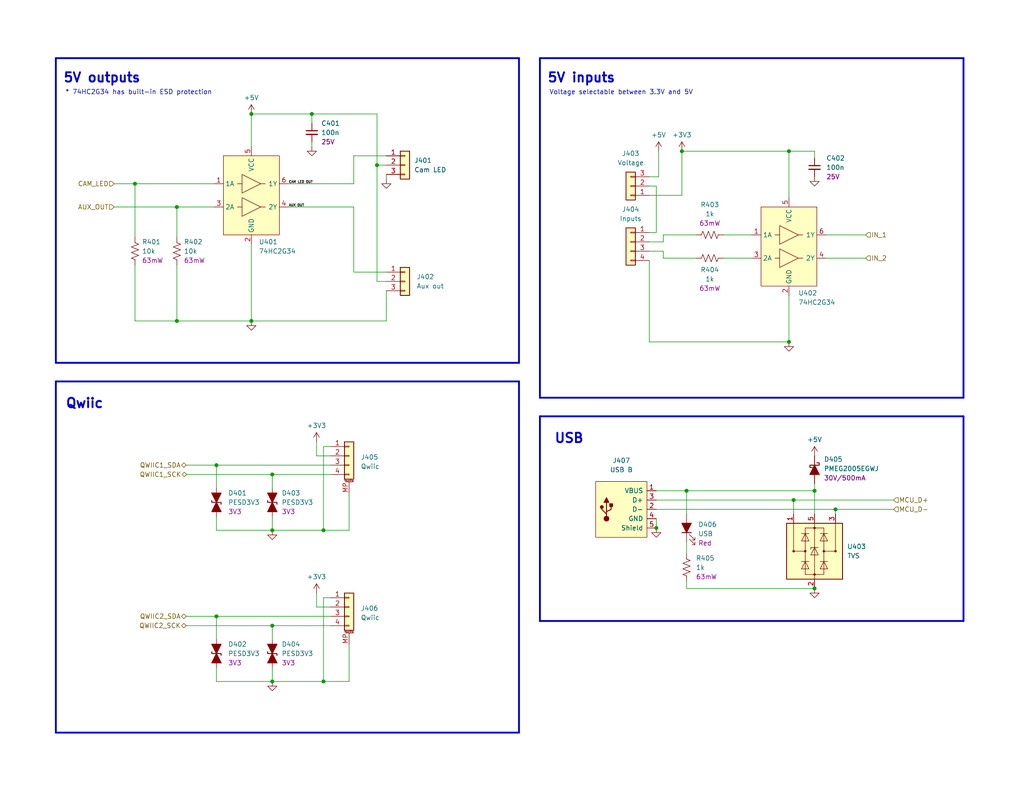
<source format=kicad_sch>
(kicad_sch (version 20211123) (generator eeschema)
  (paper "USLetter")
  (title_block (title "Starfish") (date "2022-12-18") (rev "v2") (company "Winterbloom") (comment 1 "Alethea Flowers") (comment 2 "CERN-OHL-S V2") (comment 3 "jellyfish.wntr.dev"))
  (lib_symbols
    (symbol "74HC2G34_1"
      (property "Reference" "U" (at -7.62 11.43 0))
      (property "Value" "74HC2G34_1" (at 1.27 11.43 0))
      (property "MPN" "74HC2G34GW,125" (at 0 0 0))
      (symbol "74HC2G34_1_0_0"
        (pin input line (at -10.16 2.54 0) (length 2.54) (name "1A") (number "1"))
        (pin power_in line (at 0 -13.97 90) (length 2.54) (name "GND") (number "2"))
        (pin input line (at -10.16 -3.81 0) (length 2.54) (name "2A") (number "3"))
        (pin output line (at 10.16 -3.81 180) (length 2.54) (name "2Y") (number "4"))
        (pin power_in line (at 0 12.7 270) (length 2.54) (name "VCC") (number "5"))
        (pin output line (at 10.16 2.54 180) (length 2.54) (name "1Y") (number "6"))
      )
      (symbol "74HC2G34_1_0_1"
        (rectangle (start -7.62 10.16) (end 7.62 -11.43) (fill (type background)))
        (polyline (pts (xy -2.54 -3.81) (xy -3.81 -3.81)))
        (polyline (pts (xy -2.54 2.54) (xy -3.81 2.54)))
        (polyline (pts (xy 2.54 -3.81) (xy 3.81 -3.81)))
        (polyline (pts (xy 2.54 2.54) (xy 3.81 2.54)))
        (polyline (pts (xy -2.54 -5.08) (xy -2.54 -1.27) (xy 2.54 -3.81) (xy -2.54 -6.35) (xy -2.54 -5.08)))
        (polyline (pts (xy -2.54 1.27) (xy -2.54 5.08) (xy 2.54 2.54) (xy -2.54 0) (xy -2.54 1.27)))
      )
    )
    (symbol "Connector_Generic:Conn_01x03" (pin_names (offset 1.016) hide)
      (property "Reference" "J" (at 0 5.08 0))
      (property "Value" "Conn_01x03" (at 0 -5.08 0))
      (symbol "Conn_01x03_1_1"
        (rectangle (start -1.27 -2.413) (end 0 -2.667) (stroke (width 0.1524)))
        (rectangle (start -1.27 0.127) (end 0 -0.127) (stroke (width 0.1524)))
        (rectangle (start -1.27 2.667) (end 0 2.413) (stroke (width 0.1524)))
        (rectangle (start -1.27 3.81) (end 1.27 -3.81) (stroke (width 0.254)) (fill (type background)))
        (pin passive line (at -5.08 2.54 0) (length 3.81) (name "Pin_1") (number "1"))
        (pin passive line (at -5.08 0 0) (length 3.81) (name "Pin_2") (number "2"))
        (pin passive line (at -5.08 -2.54 0) (length 3.81) (name "Pin_3") (number "3"))
      )
    )
    (symbol "Connector_Generic:Conn_01x04" (pin_names (offset 1.016) hide)
      (property "Reference" "J" (at 0 5.08 0))
      (property "Value" "Conn_01x04" (at 0 -7.62 0))
      (symbol "Conn_01x04_1_1"
        (rectangle (start -1.27 -4.953) (end 0 -5.207) (stroke (width 0.1524)))
        (rectangle (start -1.27 -2.413) (end 0 -2.667) (stroke (width 0.1524)))
        (rectangle (start -1.27 0.127) (end 0 -0.127) (stroke (width 0.1524)))
        (rectangle (start -1.27 2.667) (end 0 2.413) (stroke (width 0.1524)))
        (rectangle (start -1.27 3.81) (end 1.27 -6.35) (stroke (width 0.254)) (fill (type background)))
        (pin passive line (at -5.08 2.54 0) (length 3.81) (name "Pin_1") (number "1"))
        (pin passive line (at -5.08 0 0) (length 3.81) (name "Pin_2") (number "2"))
        (pin passive line (at -5.08 -2.54 0) (length 3.81) (name "Pin_3") (number "3"))
        (pin passive line (at -5.08 -5.08 0) (length 3.81) (name "Pin_4") (number "4"))
      )
    )
    (symbol "Connector_Generic_MountingPin:Conn_01x04_MountingPin" (pin_names (offset 1.016) hide)
      (property "Reference" "J" (at 0 5.08 0))
      (property "Value" "Conn_01x04_MountingPin" (at 1.27 -7.62 0))
      (symbol "Conn_01x04_MountingPin_1_1"
        (rectangle (start -1.27 -4.953) (end 0 -5.207) (stroke (width 0.1524)))
        (rectangle (start -1.27 -2.413) (end 0 -2.667) (stroke (width 0.1524)))
        (rectangle (start -1.27 0.127) (end 0 -0.127) (stroke (width 0.1524)))
        (rectangle (start -1.27 2.667) (end 0 2.413) (stroke (width 0.1524)))
        (rectangle (start -1.27 3.81) (end 1.27 -6.35) (stroke (width 0.254)) (fill (type background)))
        (polyline (pts (xy -1.016 -7.112) (xy 1.016 -7.112)) (stroke (width 0.1524)))
        (text "Mounting" (at 0 -6.731 0) (effects (font (size 0.381 0.381))))
        (pin passive line (at -5.08 2.54 0) (length 3.81) (name "Pin_1") (number "1"))
        (pin passive line (at -5.08 0 0) (length 3.81) (name "Pin_2") (number "2"))
        (pin passive line (at -5.08 -2.54 0) (length 3.81) (name "Pin_3") (number "3"))
        (pin passive line (at -5.08 -5.08 0) (length 3.81) (name "Pin_4") (number "4"))
        (pin passive line (at 0 -10.16 90) (length 3.048) (name "MountPin") (number "MP"))
      )
    )
    (symbol "Device:C_Small" (pin_numbers hide) (pin_names (offset 0.254) hide)
      (property "Reference" "C" (at 0.254 1.778 0))
      (property "Value" "C_Small" (at 0.254 -2.032 0))
      (symbol "C_Small_0_1"
        (polyline (pts (xy -1.524 -0.508) (xy 1.524 -0.508)) (stroke (width 0.3302)))
        (polyline (pts (xy -1.524 0.508) (xy 1.524 0.508)) (stroke (width 0.3048)))
      )
      (symbol "C_Small_1_1"
        (pin passive line (at 0 2.54 270) (length 2.032) (name "~") (number "1"))
        (pin passive line (at 0 -2.54 90) (length 2.032) (name "~") (number "2"))
      )
    )
    (symbol "Device:D_Schottky_Filled" (pin_numbers hide) (pin_names (offset 1.016) hide)
      (property "Reference" "D" (at 0 2.54 0))
      (property "Value" "D_Schottky_Filled" (at 0 -2.54 0))
      (symbol "D_Schottky_Filled_0_1"
        (polyline (pts (xy 1.27 0) (xy -1.27 0)))
        (polyline (pts (xy 1.27 1.27) (xy 1.27 -1.27) (xy -1.27 0) (xy 1.27 1.27)) (stroke (width 0.254)) (fill (type outline)))
        (polyline (pts (xy -1.905 0.635) (xy -1.905 1.27) (xy -1.27 1.27) (xy -1.27 -1.27) (xy -0.635 -1.27) (xy -0.635 -0.635)) (stroke (width 0.254)))
      )
      (symbol "D_Schottky_Filled_1_1"
        (pin passive line (at -3.81 0 0) (length 2.54) (name "K") (number "1"))
        (pin passive line (at 3.81 0 180) (length 2.54) (name "A") (number "2"))
      )
    )
    (symbol "Device:D_TVS_Filled" (pin_numbers hide) (pin_names (offset 1.016) hide)
      (property "Reference" "D" (at 0 2.54 0))
      (property "Value" "D_TVS_Filled" (at 0 -2.54 0))
      (symbol "D_TVS_Filled_0_1"
        (polyline (pts (xy 1.27 0) (xy -1.27 0)))
        (polyline (pts (xy -2.54 -1.27) (xy 0 0) (xy -2.54 1.27) (xy -2.54 -1.27)) (stroke (width 0.254)) (fill (type outline)))
        (polyline (pts (xy 0.508 1.27) (xy 0 1.27) (xy 0 -1.27) (xy -0.508 -1.27)) (stroke (width 0.254)))
        (polyline (pts (xy 2.54 1.27) (xy 2.54 -1.27) (xy 0 0) (xy 2.54 1.27)) (stroke (width 0.254)) (fill (type outline)))
      )
      (symbol "D_TVS_Filled_1_1"
        (pin passive line (at -3.81 0 0) (length 2.54) (name "A1") (number "1"))
        (pin passive line (at 3.81 0 180) (length 2.54) (name "A2") (number "2"))
      )
    )
    (symbol "Device:LED_Filled" (pin_numbers hide) (pin_names (offset 1.016) hide)
      (property "Reference" "D" (at 0 2.54 0))
      (property "Value" "LED_Filled" (at 0 -2.54 0))
      (symbol "LED_Filled_0_1"
        (polyline (pts (xy -1.27 -1.27) (xy -1.27 1.27)) (stroke (width 0.254)))
        (polyline (pts (xy -1.27 0) (xy 1.27 0)))
        (polyline (pts (xy 1.27 -1.27) (xy 1.27 1.27) (xy -1.27 0) (xy 1.27 -1.27)) (stroke (width 0.254)) (fill (type outline)))
        (polyline (pts (xy -3.048 -0.762) (xy -4.572 -2.286) (xy -3.81 -2.286) (xy -4.572 -2.286) (xy -4.572 -1.524)))
        (polyline (pts (xy -1.778 -0.762) (xy -3.302 -2.286) (xy -2.54 -2.286) (xy -3.302 -2.286) (xy -3.302 -1.524)))
      )
      (symbol "LED_Filled_1_1"
        (pin passive line (at -3.81 0 0) (length 2.54) (name "K") (number "1"))
        (pin passive line (at 3.81 0 180) (length 2.54) (name "A") (number "2"))
      )
    )
    (symbol "Device:R_US" (pin_numbers hide) (pin_names (offset 0))
      (property "Reference" "R" (at 2.54 0 90))
      (property "Value" "R_US" (at -2.54 0 90))
      (symbol "R_US_0_1"
        (polyline (pts (xy 0 -2.286) (xy 0 -2.54)))
        (polyline (pts (xy 0 2.286) (xy 0 2.54)))
        (polyline (pts (xy 0 -0.762) (xy 1.016 -1.143) (xy 0 -1.524) (xy -1.016 -1.905) (xy 0 -2.286)))
        (polyline (pts (xy 0 0.762) (xy 1.016 0.381) (xy 0 0) (xy -1.016 -0.381) (xy 0 -0.762)))
        (polyline (pts (xy 0 2.286) (xy 1.016 1.905) (xy 0 1.524) (xy -1.016 1.143) (xy 0 0.762)))
      )
      (symbol "R_US_1_1"
        (pin passive line (at 0 3.81 270) (length 1.27) (name "~") (number "1"))
        (pin passive line (at 0 -3.81 90) (length 1.27) (name "~") (number "2"))
      )
    )
    (symbol "power:+3V3" (power) (pin_names (offset 0))
      (property "Value" "+3V3" (at 0 3.556 0))
      (symbol "+3V3_0_1"
        (polyline (pts (xy -0.762 1.27) (xy 0 2.54)))
        (polyline (pts (xy 0 0) (xy 0 2.54)))
        (polyline (pts (xy 0 2.54) (xy 0.762 1.27)))
      )
      (symbol "+3V3_1_1"
        (pin power_in line (at 0 0 90) (length 0) hide (name "+3V3") (number "1"))
      )
    )
    (symbol "power:+5V" (power) (pin_names (offset 0))
      (property "Value" "+5V" (at 0 3.556 0))
      (symbol "+5V_0_1"
        (polyline (pts (xy -0.762 1.27) (xy 0 2.54)))
        (polyline (pts (xy 0 0) (xy 0 2.54)))
        (polyline (pts (xy 0 2.54) (xy 0.762 1.27)))
      )
      (symbol "+5V_1_1"
        (pin power_in line (at 0 0 90) (length 0) hide (name "+5V") (number "1"))
      )
    )
    (symbol "power:GND" (power) (pin_names (offset 0))
      (property "Value" "GND" (at 0 -3.81 0))
      (symbol "GND_0_1"
        (polyline (pts (xy 0 0) (xy 0 -1.27) (xy 1.27 -1.27) (xy 0 -2.54) (xy -1.27 -1.27) (xy 0 -1.27)))
      )
      (symbol "GND_1_1"
        (pin power_in line (at 0 0 270) (length 0) hide (name "GND") (number "1"))
      )
    )
    (symbol "winterbloom:74HC2G34"
      (property "Reference" "U" (at -7.62 11.43 0))
      (property "Value" "74HC2G34" (at 1.27 11.43 0))
      (property "MPN" "74HC2G34GW,125" (at 0 0 0))
      (symbol "74HC2G34_0_0"
        (pin input line (at -10.16 2.54 0) (length 2.54) (name "1A") (number "1"))
        (pin power_in line (at 0 -13.97 90) (length 2.54) (name "GND") (number "2"))
        (pin input line (at -10.16 -3.81 0) (length 2.54) (name "2A") (number "3"))
        (pin output line (at 10.16 -3.81 180) (length 2.54) (name "2Y") (number "4"))
        (pin power_in line (at 0 12.7 270) (length 2.54) (name "VCC") (number "5"))
        (pin output line (at 10.16 2.54 180) (length 2.54) (name "1Y") (number "6"))
      )
      (symbol "74HC2G34_0_1"
        (rectangle (start -7.62 10.16) (end 7.62 -11.43) (fill (type background)))
        (polyline (pts (xy -2.54 -3.81) (xy -3.81 -3.81)))
        (polyline (pts (xy -2.54 2.54) (xy -3.81 2.54)))
        (polyline (pts (xy 2.54 -3.81) (xy 3.81 -3.81)))
        (polyline (pts (xy 2.54 2.54) (xy 3.81 2.54)))
        (polyline (pts (xy -2.54 -5.08) (xy -2.54 -1.27) (xy 2.54 -3.81) (xy -2.54 -6.35) (xy -2.54 -5.08)))
        (polyline (pts (xy -2.54 1.27) (xy -2.54 5.08) (xy 2.54 2.54) (xy -2.54 0) (xy -2.54 1.27)))
      )
    )
    (symbol "winterbloom:USBLC6-2SC6" (pin_names hide)
      (property "Reference" "U4" (at -7.62 -8.89 0))
      (property "Value" "USBLC6-2SC6" (at 2.54 -8.89 0))
      (symbol "USBLC6-2SC6_0_1"
        (rectangle (start -7.62 -7.62) (end 7.62 7.62) (stroke (width 0.254)) (fill (type background)))
        (circle (center -5.715 0) (radius 0.254) (fill (type outline)))
        (circle (center -2.54 0) (radius 0.254) (fill (type outline)))
        (rectangle (start -2.54 6.35) (end 2.54 -6.35))
        (circle (center 0 -6.35) (radius 0.254) (fill (type outline)))
        (polyline (pts (xy -1.524 -2.794) (xy -3.556 -2.794)))
        (polyline (pts (xy -1.524 4.826) (xy -3.556 4.826)))
        (polyline (pts (xy 0 -7.62) (xy 0 -6.35)))
        (polyline (pts (xy 0 -6.35) (xy 0 1.27)))
        (polyline (pts (xy 0 1.27) (xy 0 6.35)))
        (polyline (pts (xy 0 6.35) (xy 0 7.62)))
        (polyline (pts (xy 1.524 -2.794) (xy 3.556 -2.794)))
        (polyline (pts (xy 1.524 4.826) (xy 3.556 4.826)))
        (polyline (pts (xy -2.54 0) (xy -5.715 0) (xy -5.715 7.62)))
        (polyline (pts (xy 2.54 0) (xy 5.715 0) (xy 5.715 7.62)))
        (polyline (pts (xy -3.556 -4.826) (xy -1.524 -4.826) (xy -2.54 -2.794) (xy -3.556 -4.826)))
        (polyline (pts (xy -3.556 2.794) (xy -1.524 2.794) (xy -2.54 4.826) (xy -3.556 2.794)))
        (polyline (pts (xy -1.016 -1.016) (xy 1.016 -1.016) (xy 0 1.016) (xy -1.016 -1.016)))
        (polyline (pts (xy 1.016 1.016) (xy 0.762 1.016) (xy -1.016 1.016) (xy -1.016 0.508)))
        (polyline (pts (xy 3.556 -4.826) (xy 1.524 -4.826) (xy 2.54 -2.794) (xy 3.556 -4.826)))
        (polyline (pts (xy 3.556 2.794) (xy 1.524 2.794) (xy 2.54 4.826) (xy 3.556 2.794)))
        (circle (center 0 6.35) (radius 0.254) (fill (type outline)))
        (circle (center 2.54 0) (radius 0.254) (fill (type outline)))
        (circle (center 5.715 0) (radius 0.254) (fill (type outline)))
      )
      (symbol "USBLC6-2SC6_1_1"
        (pin passive line (at -5.715 10.16 270) (length 2.54) (name "D-") (number "1"))
        (pin passive line (at 0 -10.16 90) (length 2.54) (name "GND") (number "2"))
        (pin passive line (at 5.715 10.16 270) (length 2.54) (name "D+") (number "3"))
        (pin passive line (at 5.715 10.16 270) (length 2.54) hide (name "D+") (number "4"))
        (pin passive line (at 0 10.16 270) (length 2.54) (name "VBUS") (number "5"))
        (pin passive line (at -5.715 10.16 270) (length 2.54) hide (name "D-") (number "6"))
      )
    )
    (symbol "winterbloom:USB_B_Receptacle" (pin_names (offset 1.016))
      (property "Reference" "J" (at -7.62 8.89 0))
      (property "Value" "USB_B_Receptacle" (at -7.62 -8.89 0))
      (symbol "USB_B_Receptacle_0_0"
        (rectangle (start 6.35 -7.62) (end -7.62 7.62) (fill (type background)))
      )
      (symbol "USB_B_Receptacle_0_1"
        (circle (center -5.969 0.635) (radius 0.381) (stroke (width 0.254)) (fill (type outline)))
        (circle (center -4.699 -2.54) (radius 0.635) (stroke (width 0.254)) (fill (type outline)))
        (rectangle (start -3.81 1.524) (end -3.048 0.762) (stroke (width 0.254)) (fill (type outline)))
        (polyline (pts (xy -4.699 -0.635) (xy -4.699 1.905)) (stroke (width 0.254)))
        (polyline (pts (xy -5.334 1.905) (xy -4.064 1.905) (xy -4.699 3.175) (xy -5.334 1.905)) (stroke (width 0.254)) (fill (type outline)))
        (polyline (pts (xy -4.699 -1.905) (xy -4.699 -1.27) (xy -5.969 0) (xy -5.969 0.635)) (stroke (width 0.254)))
        (polyline (pts (xy -4.699 -1.27) (xy -4.699 -0.635) (xy -3.429 0) (xy -3.429 1.27)) (stroke (width 0.254)))
      )
      (symbol "USB_B_Receptacle_1_1"
        (pin power_out line (at 8.89 5.08 180) (length 2.54) (name "VBUS") (number "1"))
        (pin passive line (at 8.89 0 180) (length 2.54) (name "D-") (number "2"))
        (pin passive line (at 8.89 2.54 180) (length 2.54) (name "D+") (number "3"))
        (pin passive line (at 8.89 -2.54 180) (length 2.54) (name "GND") (number "4"))
        (pin passive line (at 8.89 -5.08 180) (length 2.54) (name "Shield") (number "5"))
      )
    )
  )
  (junction (at 88.265 144.78))
  (junction (at 215.265 93.345))
  (junction (at 215.265 41.275))
  (junction (at 102.87 45.085))
  (junction (at 74.295 144.78))
  (junction (at 187.325 133.985))
  (junction (at 68.58 31.115))
  (junction (at 179.07 144.145))
  (junction (at 48.26 87.63))
  (junction (at 186.055 41.275))
  (junction (at 74.295 170.815))
  (junction (at 85.09 31.115))
  (junction (at 222.25 133.985))
  (junction (at 222.25 160.655))
  (junction (at 68.58 87.63))
  (junction (at 48.26 56.515))
  (junction (at 227.965 139.065))
  (junction (at 59.055 168.275))
  (junction (at 74.295 129.54))
  (junction (at 36.83 50.165))
  (junction (at 74.295 186.055))
  (junction (at 88.265 186.055))
  (junction (at 216.535 136.525))
  (junction (at 59.055 127))
  (wire (pts (xy 74.295 144.78) (xy 59.055 144.78)))
  (wire (pts (xy 85.09 31.115) (xy 85.09 33.655)))
  (wire (pts (xy 96.52 74.295) (xy 96.52 56.515)))
  (wire (pts (xy 59.055 127) (xy 90.17 127)))
  (wire (pts (xy 74.295 170.815) (xy 90.17 170.815)))
  (polyline (pts (xy 15.24 15.875) (xy 141.605 15.875)) (stroke (width 0.5) (type solid)))
  (wire (pts (xy 179.07 133.985) (xy 187.325 133.985)))
  (wire (pts (xy 50.8 127) (xy 59.055 127)))
  (polyline (pts (xy 262.89 15.875) (xy 262.89 108.585)) (stroke (width 0.5) (type solid)))
  (wire (pts (xy 88.265 121.92) (xy 88.265 144.78)))
  (wire (pts (xy 68.58 87.63) (xy 105.41 87.63)))
  (wire (pts (xy 215.265 41.275) (xy 222.25 41.275)))
  (wire (pts (xy 179.07 63.5) (xy 177.165 63.5)))
  (wire (pts (xy 216.535 136.525) (xy 243.84 136.525)))
  (polyline (pts (xy 141.605 99.06) (xy 15.24 99.06)) (stroke (width 0.5) (type solid)))
  (wire (pts (xy 85.09 38.735) (xy 85.09 40.005)))
  (polyline (pts (xy 147.32 15.875) (xy 147.32 108.585)) (stroke (width 0.5) (type solid)))
  (wire (pts (xy 50.8 168.275) (xy 59.055 168.275)))
  (polyline (pts (xy 141.605 104.14) (xy 141.605 200.025)) (stroke (width 0.5) (type solid)))
  (wire (pts (xy 74.295 170.815) (xy 74.295 174.625)))
  (polyline (pts (xy 15.24 104.14) (xy 141.605 104.14)) (stroke (width 0.5) (type solid)))
  (polyline (pts (xy 141.605 200.025) (xy 15.24 200.025)) (stroke (width 0.5) (type solid)))
  (wire (pts (xy 177.165 68.58) (xy 180.975 68.58)))
  (wire (pts (xy 215.265 93.345) (xy 215.265 80.645)))
  (wire (pts (xy 59.055 127) (xy 59.055 133.35)))
  (wire (pts (xy 187.325 160.655) (xy 187.325 158.75)))
  (wire (pts (xy 59.055 168.275) (xy 90.17 168.275)))
  (wire (pts (xy 74.295 186.055) (xy 88.265 186.055)))
  (wire (pts (xy 197.485 70.485) (xy 205.105 70.485)))
  (wire (pts (xy 86.36 120.65) (xy 86.36 124.46)))
  (wire (pts (xy 68.58 31.115) (xy 85.09 31.115)))
  (wire (pts (xy 222.25 133.985) (xy 222.25 140.335)))
  (wire (pts (xy 58.42 50.165) (xy 36.83 50.165)))
  (wire (pts (xy 177.165 71.12) (xy 177.165 93.345)))
  (wire (pts (xy 227.965 139.065) (xy 243.84 139.065)))
  (wire (pts (xy 186.055 41.275) (xy 215.265 41.275)))
  (wire (pts (xy 180.975 70.485) (xy 189.865 70.485)))
  (wire (pts (xy 31.115 56.515) (xy 48.26 56.515)))
  (wire (pts (xy 88.265 186.055) (xy 95.25 186.055)))
  (wire (pts (xy 68.58 31.115) (xy 68.58 40.005)))
  (wire (pts (xy 177.165 48.26) (xy 179.705 48.26)))
  (wire (pts (xy 179.07 141.605) (xy 179.07 144.145)))
  (wire (pts (xy 88.265 163.195) (xy 88.265 186.055)))
  (polyline (pts (xy 262.89 113.665) (xy 262.89 169.545)) (stroke (width 0.5) (type solid)))
  (wire (pts (xy 68.58 87.63) (xy 68.58 66.675)))
  (wire (pts (xy 186.055 41.275) (xy 186.055 53.34)))
  (polyline (pts (xy 147.32 15.875) (xy 262.89 15.875)) (stroke (width 0.5) (type solid)))
  (wire (pts (xy 36.83 50.165) (xy 36.83 64.77)))
  (wire (pts (xy 216.535 136.525) (xy 216.535 140.335)))
  (wire (pts (xy 225.425 64.135) (xy 236.22 64.135)))
  (wire (pts (xy 177.165 93.345) (xy 215.265 93.345)))
  (wire (pts (xy 96.52 50.165) (xy 78.74 50.165)))
  (wire (pts (xy 74.295 182.245) (xy 74.295 186.055)))
  (wire (pts (xy 105.41 87.63) (xy 105.41 79.375)))
  (wire (pts (xy 187.325 133.985) (xy 222.25 133.985)))
  (wire (pts (xy 187.325 151.13) (xy 187.325 147.955)))
  (wire (pts (xy 180.975 66.04) (xy 177.165 66.04)))
  (wire (pts (xy 95.25 134.62) (xy 95.25 144.78)))
  (wire (pts (xy 180.975 64.135) (xy 189.865 64.135)))
  (wire (pts (xy 86.36 165.735) (xy 90.17 165.735)))
  (wire (pts (xy 88.265 144.78) (xy 95.25 144.78)))
  (wire (pts (xy 102.87 76.835) (xy 105.41 76.835)))
  (wire (pts (xy 222.25 41.275) (xy 222.25 43.18)))
  (wire (pts (xy 31.115 50.165) (xy 36.83 50.165)))
  (wire (pts (xy 36.83 87.63) (xy 48.26 87.63)))
  (wire (pts (xy 227.965 139.065) (xy 227.965 140.335)))
  (polyline (pts (xy 15.24 104.14) (xy 15.24 200.025)) (stroke (width 0.5) (type solid)))
  (wire (pts (xy 180.975 64.135) (xy 180.975 66.04)))
  (wire (pts (xy 85.09 31.115) (xy 102.87 31.115)))
  (wire (pts (xy 74.295 140.97) (xy 74.295 144.78)))
  (wire (pts (xy 59.055 186.055) (xy 59.055 182.245)))
  (wire (pts (xy 74.295 129.54) (xy 74.295 133.35)))
  (wire (pts (xy 59.055 144.78) (xy 59.055 140.97)))
  (polyline (pts (xy 147.32 113.665) (xy 147.32 169.545)) (stroke (width 0.5) (type solid)))
  (wire (pts (xy 102.87 45.085) (xy 102.87 76.835)))
  (polyline (pts (xy 141.605 15.875) (xy 141.605 99.06)) (stroke (width 0.5) (type solid)))
  (wire (pts (xy 86.36 124.46) (xy 90.17 124.46)))
  (polyline (pts (xy 15.24 15.875) (xy 15.24 99.06)) (stroke (width 0.5) (type solid)))
  (wire (pts (xy 222.25 132.08) (xy 222.25 133.985)))
  (wire (pts (xy 102.87 31.115) (xy 102.87 45.085)))
  (wire (pts (xy 179.07 136.525) (xy 216.535 136.525)))
  (wire (pts (xy 179.705 48.26) (xy 179.705 41.275)))
  (wire (pts (xy 197.485 64.135) (xy 205.105 64.135)))
  (wire (pts (xy 179.07 139.065) (xy 227.965 139.065)))
  (wire (pts (xy 90.17 121.92) (xy 88.265 121.92)))
  (wire (pts (xy 48.26 87.63) (xy 48.26 72.39)))
  (wire (pts (xy 48.26 64.77) (xy 48.26 56.515)))
  (wire (pts (xy 187.325 133.985) (xy 187.325 140.335)))
  (polyline (pts (xy 147.32 113.665) (xy 262.89 113.665)) (stroke (width 0.5) (type solid)))
  (wire (pts (xy 36.83 72.39) (xy 36.83 87.63)))
  (wire (pts (xy 74.295 144.78) (xy 88.265 144.78)))
  (wire (pts (xy 177.165 50.8) (xy 179.07 50.8)))
  (wire (pts (xy 59.055 168.275) (xy 59.055 174.625)))
  (wire (pts (xy 96.52 56.515) (xy 78.74 56.515)))
  (wire (pts (xy 90.17 163.195) (xy 88.265 163.195)))
  (wire (pts (xy 96.52 42.545) (xy 96.52 50.165)))
  (wire (pts (xy 222.25 160.655) (xy 187.325 160.655)))
  (wire (pts (xy 50.8 129.54) (xy 74.295 129.54)))
  (wire (pts (xy 102.87 45.085) (xy 105.41 45.085)))
  (wire (pts (xy 50.8 170.815) (xy 74.295 170.815)))
  (wire (pts (xy 86.36 161.925) (xy 86.36 165.735)))
  (wire (pts (xy 74.295 129.54) (xy 90.17 129.54)))
  (wire (pts (xy 95.25 175.895) (xy 95.25 186.055)))
  (wire (pts (xy 96.52 74.295) (xy 105.41 74.295)))
  (wire (pts (xy 215.265 41.275) (xy 215.265 53.975)))
  (wire (pts (xy 180.975 68.58) (xy 180.975 70.485)))
  (wire (pts (xy 105.41 42.545) (xy 96.52 42.545)))
  (polyline (pts (xy 262.89 169.545) (xy 147.32 169.545)) (stroke (width 0.5) (type solid)))
  (wire (pts (xy 48.26 56.515) (xy 58.42 56.515)))
  (wire (pts (xy 179.07 50.8) (xy 179.07 63.5)))
  (wire (pts (xy 68.58 87.63) (xy 48.26 87.63)))
  (wire (pts (xy 225.425 70.485) (xy 236.22 70.485)))
  (wire (pts (xy 186.055 53.34) (xy 177.165 53.34)))
  (wire (pts (xy 74.295 186.055) (xy 59.055 186.055)))
  (wire (pts (xy 105.41 48.895) (xy 105.41 47.625)))
  (polyline (pts (xy 262.89 108.585) (xy 147.32 108.585)) (stroke (width 0.5) (type solid)))
  (text "5V inputs" (at 149.225 22.86 0) (effects (font (size 2.54 2.54) bold) (justify left bottom)))
  (text "Qwiic" (at 17.78 111.76 0) (effects (font (size 2.54 2.54) bold) (justify left bottom)))
  (text "* 74HC2G34 has built-in ESD protection" (at 17.78 26.035 0) (effects (font (size 1.27 1.27)) (justify left bottom)))
  (text "5V outputs" (at 17.145 22.86 0) (effects (font (size 2.54 2.54) bold) (justify left bottom)))
  (text "USB" (at 151.13 121.285 0) (effects (font (size 2.54 2.54) bold) (justify left bottom)))
  (text "Voltage selectable between 3.3V and 5V" (at 149.86 26.035 0) (effects (font (size 1.27 1.27)) (justify left bottom)))
  (label "AUX OUT" (at 78.74 56.515 0) (effects (font (size 0.64 0.64))))
  (label "CAM LED OUT" (at 78.74 50.165 0) (effects (font (size 0.64 0.64))))
  (hierarchical_label "IN_1" (shape input) (at 236.22 64.135 0))
  (hierarchical_label "QWIIC2_SDA" (shape bidirectional) (at 50.8 168.275 180))
  (hierarchical_label "QWIIC1_SDA" (shape bidirectional) (at 50.8 127 180))
  (hierarchical_label "CAM_LED" (shape input) (at 31.115 50.165 180))
  (hierarchical_label "IN_2" (shape input) (at 236.22 70.485 0))
  (hierarchical_label "MCU_D-" (shape input) (at 243.84 139.065 0))
  (hierarchical_label "AUX_OUT" (shape input) (at 31.115 56.515 180))
  (hierarchical_label "MCU_D+" (shape input) (at 243.84 136.525 0))
  (hierarchical_label "QWIIC1_SCK" (shape bidirectional) (at 50.928 129.54 180))
  (hierarchical_label "QWIIC2_SCK" (shape bidirectional) (at 50.8 170.815 180))
  (symbol (lib_id "power:+3V3") (at 186.055 41.275 0) (unit 1)
    (property "Reference" "#PWR0406" (effects hide))
    (property "Value" "+3V3" (at 186.055 36.83 0))
  )
  (symbol (lib_id "Device:D_TVS_Filled") (at 59.055 178.435 90) (unit 1)
    (property "Reference" "D402" (at 62.23 175.8949 90) (effects (justify right)))
    (property "Value" "PESD3V3" (at 62.23 178.4349 90) (effects (justify right)))
    (property "Footprint" "winterbloom:D_SOD-323" (effects hide))
    (property "Datasheet" "https://assets.nexperia.com/documents/data-sheet/PESDXL1BA_SER.pdf" (effects hide))
    (property "mpn" "PESD3V3L1BA,115" (effects hide))
    (property "Rating" "3V3" (at 62.23 180.9749 90) (effects (justify right)))
  )
  (symbol (lib_id "Connector_Generic:Conn_01x03") (at 110.49 76.835 0) (unit 1)
    (property "Reference" "J402" (at 113.665 75.5649 0) (effects (justify left)))
    (property "Value" "Aux out" (at 113.665 78.1049 0) (effects (justify left)))
    (property "Footprint" "winterbloom:JST_XH_B3B-XH-AM_1x03_P2.50mm_Vertical" (effects hide))
  )
  (symbol (lib_id "Device:R_US") (at 187.325 154.94 0) (unit 1)
    (property "Reference" "R405" (at 189.865 152.3999 0) (effects (justify left)))
    (property "Value" "1k" (at 189.865 154.9399 0) (effects (justify left)))
    (property "Footprint" "winterbloom:R_0402_HandSolder" (effects hide))
    (property "mpn" "RC0402JR-071KL" (effects hide))
    (property "Rating" "63mW" (at 189.865 157.4799 0) (effects (justify left)))
  )
  (symbol (lib_id "Device:R_US") (at 36.83 68.58 180) (unit 1)
    (property "Reference" "R401" (at 38.735 66.0399 0) (effects (justify right)))
    (property "Value" "10k" (at 38.735 68.5799 0) (effects (justify right)))
    (property "Footprint" "winterbloom:R_0402_HandSolder" (effects hide))
    (property "mpn" "RC0402JR-0710KL" (effects hide))
    (property "Rating" "63mW" (at 38.735 71.1199 0) (effects (justify right)))
  )
  (symbol (lib_id "Device:LED_Filled") (at 187.325 144.145 90) (unit 1)
    (property "Reference" "D406" (at 190.5 143.1924 90) (effects (justify right)))
    (property "Value" "USB" (at 190.5 145.7324 90) (effects (justify right)))
    (property "Footprint" "winterbloom:LED_0805_Kingbright_APT2012" (effects hide))
    (property "Datasheet" "https://www.kingbrightusa.com/images/catalog/SPEC/APT2012EC.pdf" (effects hide))
    (property "mpn" "APT2012EC" (effects hide))
    (property "Rating" "Red" (at 190.5 148.2724 90) (effects (justify right)))
  )
  (symbol (lib_id "Connector_Generic:Conn_01x03") (at 110.49 45.085 0) (unit 1)
    (property "Reference" "J401" (at 113.03 43.8149 0) (effects (justify left)))
    (property "Value" "Cam LED" (at 113.03 46.3549 0) (effects (justify left)))
    (property "Footprint" "winterbloom:JST_XH_B3B-XH-AM_1x03_P2.50mm_Vertical" (effects hide))
  )
  (symbol (lib_id "Device:R_US") (at 193.675 70.485 270) (unit 1)
    (property "Reference" "R404" (at 193.675 73.66 90))
    (property "Value" "1k" (at 193.675 76.2 90))
    (property "Footprint" "winterbloom:R_0402_HandSolder" (effects hide))
    (property "Rating" "63mW" (at 193.675 78.74 90))
  )
  (symbol (lib_id "Device:D_TVS_Filled") (at 74.295 178.435 90) (unit 1)
    (property "Reference" "D404" (at 76.835 175.8949 90) (effects (justify right)))
    (property "Value" "PESD3V3" (at 76.835 178.4349 90) (effects (justify right)))
    (property "Footprint" "winterbloom:D_SOD-323" (effects hide))
    (property "Datasheet" "https://assets.nexperia.com/documents/data-sheet/PESDXL1BA_SER.pdf" (effects hide))
    (property "mpn" "PESD3V3L1BA,115" (effects hide))
    (property "Rating" "3V3" (at 76.835 180.9749 90) (effects (justify right)))
  )
  (symbol (lib_id "power:GND") (at 215.265 93.345 0) (mirror y) (unit 1)
    (property "Reference" "#PWR0407" (effects hide))
    (property "Value" "GND" (effects hide))
  )
  (symbol (lib_id "power:GND") (at 222.25 160.655 0) (unit 1)
    (property "Reference" "#PWR0415" (effects hide))
    (property "Value" "GND" (effects hide))
  )
  (symbol (lib_id "power:+3V3") (at 86.36 120.65 0) (unit 1)
    (property "Reference" "#PWR0411" (effects hide))
    (property "Value" "+3V3" (at 86.36 116.205 0))
  )
  (symbol (lib_id "Device:D_TVS_Filled") (at 74.295 137.16 90) (unit 1)
    (property "Reference" "D403" (at 76.835 134.6199 90) (effects (justify right)))
    (property "Value" "PESD3V3" (at 76.835 137.1599 90) (effects (justify right)))
    (property "Footprint" "winterbloom:D_SOD-323" (effects hide))
    (property "Datasheet" "https://assets.nexperia.com/documents/data-sheet/PESDXL1BA_SER.pdf" (effects hide))
    (property "mpn" "PESD3V3L1BA,115" (effects hide))
    (property "Rating" "3V3" (at 76.835 139.6999 90) (effects (justify right)))
  )
  (symbol (lib_id "Device:D_TVS_Filled") (at 59.055 137.16 90) (unit 1)
    (property "Reference" "D401" (at 62.23 134.6199 90) (effects (justify right)))
    (property "Value" "PESD3V3" (at 62.23 137.1599 90) (effects (justify right)))
    (property "Footprint" "winterbloom:D_SOD-323" (effects hide))
    (property "Datasheet" "https://assets.nexperia.com/documents/data-sheet/PESDXL1BA_SER.pdf" (effects hide))
    (property "mpn" "PESD3V3L1BA,115" (effects hide))
    (property "Rating" "3V3" (at 62.23 139.6999 90) (effects (justify right)))
  )
  (symbol (lib_id "power:GND") (at 74.295 186.055 0) (unit 1)
    (property "Reference" "#PWR0410" (effects hide))
    (property "Value" "GND" (effects hide))
  )
  (symbol (lib_id "winterbloom:USB_B_Receptacle") (at 170.18 139.065 0) (unit 1)
    (property "Reference" "J407" (at 169.545 125.73 0))
    (property "Value" "USB B" (at 169.545 128.27 0))
    (property "Footprint" "winterbloom:USB_B_Receptacle_Horizontal" (effects hide))
  )
  (symbol (lib_id "Device:D_Schottky_Filled") (at 222.25 128.27 270) (unit 1)
    (property "Reference" "D405" (at 224.79 125.4124 90) (effects (justify left)))
    (property "Value" "PMEG2005EGWJ" (at 224.79 127.9524 90) (effects (justify left)))
    (property "Footprint" "winterbloom:D_SOD-123" (effects hide))
    (property "Datasheet" "https://assets.nexperia.com/documents/data-sheet/PMEG2005EGW.pdf" (effects hide))
    (property "Rating" "30V/500mA" (at 224.79 130.4924 90) (effects (justify left)))
    (property "mpn" "PMEG2005EGWJ, PMEG3005EGWX" (effects hide))
  )
  (symbol (lib_id "power:+5V") (at 179.705 41.275 0) (mirror y) (unit 1)
    (property "Reference" "#PWR0405" (effects hide))
    (property "Value" "+5V" (at 179.705 36.83 0))
  )
  (symbol (lib_id "power:GND") (at 179.07 144.145 0) (unit 1)
    (property "Reference" "#PWR0413" (effects hide))
    (property "Value" "GND" (effects hide))
  )
  (symbol (lib_id "winterbloom:74HC2G34") (at 68.58 52.705 0) (unit 1)
    (property "Reference" "U401" (at 70.5994 66.04 0) (effects (justify left)))
    (property "Value" "74HC2G34" (at 70.5994 68.58 0) (effects (justify left)))
    (property "Footprint" "Package_TO_SOT_SMD:SOT-363_SC-70-6" (effects hide))
    (property "Datasheet" "https://assets.nexperia.com/documents/data-sheet/74HC_HCT2G34.pdf" (effects hide))
    (property "mpn" "74HC2G34GW,125" (effects hide))
  )
  (symbol (lib_id "power:+3V3") (at 86.36 161.925 0) (unit 1)
    (property "Reference" "#PWR0412" (effects hide))
    (property "Value" "+3V3" (at 86.36 157.48 0))
  )
  (symbol (lib_id "Connector_Generic:Conn_01x03") (at 172.085 50.8 180) (unit 1)
    (property "Reference" "J403" (at 172.085 41.91 0))
    (property "Value" "Voltage" (at 172.085 44.45 0))
    (property "Footprint" "Connector_PinHeader_2.54mm:PinHeader_1x03_P2.54mm_Vertical" (effects hide))
    (property "mpn" "BHR-06-VUA" (effects hide))
  )
  (symbol (lib_id "Device:R_US") (at 48.26 68.58 180) (unit 1)
    (property "Reference" "R402" (at 50.165 66.0399 0) (effects (justify right)))
    (property "Value" "10k" (at 50.165 68.5799 0) (effects (justify right)))
    (property "Footprint" "winterbloom:R_0402_HandSolder" (effects hide))
    (property "mpn" "RC0402JR-0710KL" (effects hide))
    (property "Rating" "63mW" (at 50.165 71.1199 0) (effects (justify right)))
  )
  (symbol (lib_id "power:GND") (at 74.295 144.78 0) (unit 1)
    (property "Reference" "#PWR0409" (effects hide))
    (property "Value" "GND" (effects hide))
  )
  (symbol (lib_id "power:GND") (at 85.09 40.005 0) (unit 1)
    (property "Reference" "#PWR0403" (effects hide))
    (property "Value" "GND" (effects hide))
  )
  (symbol (lib_id "power:GND") (at 68.58 87.63 0) (unit 1)
    (property "Reference" "#PWR0402" (effects hide))
    (property "Value" "GND" (effects hide))
  )
  (symbol (lib_id "Device:R_US") (at 193.675 64.135 270) (unit 1)
    (property "Reference" "R403" (at 193.675 55.88 90))
    (property "Value" "1k" (at 193.675 58.42 90))
    (property "Footprint" "winterbloom:R_0402_HandSolder" (effects hide))
    (property "Rating" "63mW" (at 193.675 60.96 90))
  )
  (symbol (lib_id "Connector_Generic_MountingPin:Conn_01x04_MountingPin") (at 95.25 165.735 0) (unit 1)
    (property "Reference" "J406" (at 98.4166 166.0905 0) (effects (justify left)))
    (property "Value" "Qwiic" (at 98.4166 168.6305 0) (effects (justify left)))
    (property "Footprint" "winterbloom:JST_SH_SM04B-SRSS-TB_1x04-1MP_P1.00mm_Horizontal" (effects hide))
  )
  (symbol (lib_id "winterbloom:USBLC6-2SC6") (at 222.25 150.495 0) (unit 1)
    (property "Reference" "U403" (at 231.14 149.2249 0) (effects (justify left)))
    (property "Value" "TVS" (at 231.14 151.7649 0) (effects (justify left)))
    (property "Footprint" "Package_TO_SOT_SMD:SOT-23-6" (effects hide))
    (property "Datasheet" "https://www.st.com/resource/en/datasheet/usblc6-2.pdf" (effects hide))
    (property "mpn" "SRL05-TP, 82400102" (effects hide))
  )
  (symbol (lib_id "power:+5V") (at 222.25 124.46 0) (unit 1)
    (property "Reference" "#PWR0414" (effects hide))
    (property "Value" "+5V" (at 222.25 120.015 0))
  )
  (symbol (lib_id "power:+5V") (at 68.58 31.115 0) (unit 1)
    (property "Reference" "#PWR0401" (effects hide))
    (property "Value" "+5V" (at 68.58 26.67 0))
  )
  (symbol (lib_id "Device:C_Small") (at 85.09 36.195 0) (unit 1)
    (property "Reference" "C401" (at 87.63 33.6612 0) (effects (justify left)))
    (property "Value" "100n" (at 87.63 36.2012 0) (effects (justify left)))
    (property "Footprint" "winterbloom:C_0402_HandSolder" (effects hide))
    (property "Rating" "25V" (at 87.63 38.7412 0) (effects (justify left)))
    (property "mpn" "CL05A104KA5NNNC" (effects hide))
  )
  (symbol (lib_id "Connector_Generic:Conn_01x04") (at 172.085 66.04 0) (mirror y) (unit 1)
    (property "Reference" "J404" (at 172.085 57.15 0))
    (property "Value" "Inputs" (at 172.085 59.69 0))
    (property "Footprint" "winterbloom:JST_XH_B4B-XH-AM_1x04_P2.50mm_Vertical" (effects hide))
  )
  (symbol (lib_id "power:GND") (at 222.25 48.26 0) (unit 1)
    (property "Reference" "#PWR0408" (effects hide))
    (property "Value" "GND" (effects hide))
  )
  (symbol (lib_id "Device:C_Small") (at 222.25 45.72 0) (unit 1)
    (property "Reference" "C402" (at 225.425 43.1862 0) (effects (justify left)))
    (property "Value" "100n" (at 225.425 45.7262 0) (effects (justify left)))
    (property "Footprint" "winterbloom:C_0402_HandSolder" (effects hide))
    (property "Rating" "25V" (at 225.425 48.2662 0) (effects (justify left)))
    (property "mpn" "CL05A104KA5NNNC" (effects hide))
  )
  (symbol (lib_name "74HC2G34_1") (lib_id "winterbloom:74HC2G34") (at 215.265 66.675 0) (unit 1)
    (property "Reference" "U402" (at 217.805 80.01 0) (effects (justify left)))
    (property "Value" "74HC2G34" (at 217.805 82.55 0) (effects (justify left)))
    (property "Footprint" "Package_TO_SOT_SMD:SOT-363_SC-70-6" (effects hide))
    (property "Datasheet" "https://assets.nexperia.com/documents/data-sheet/74HC_HCT2G34.pdf" (effects hide))
    (property "mpn" "74HC2G34GW,125" (effects hide))
  )
  (symbol (lib_id "Connector_Generic_MountingPin:Conn_01x04_MountingPin") (at 95.25 124.46 0) (unit 1)
    (property "Reference" "J405" (at 98.425 124.8155 0) (effects (justify left)))
    (property "Value" "Qwiic" (at 98.425 127.3555 0) (effects (justify left)))
    (property "Footprint" "winterbloom:JST_SH_SM04B-SRSS-TB_1x04-1MP_P1.00mm_Horizontal" (effects hide))
  )
  (symbol (lib_id "power:GND") (at 105.41 48.895 0) (unit 1)
    (property "Reference" "#PWR0404" (effects hide))
    (property "Value" "GND" (effects hide))
  )
)
</source>
